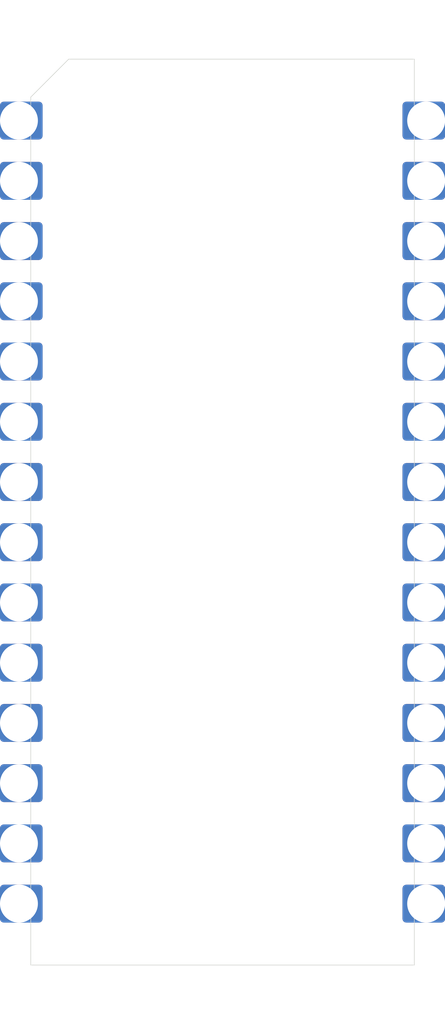
<source format=kicad_pcb>
(kicad_pcb (version 20171130) (host pcbnew 5.1.4-e60b266~84~ubuntu19.04.1)

  (general
    (thickness 1.6)
    (drawings 5)
    (tracks 0)
    (zones 0)
    (modules 1)
    (nets 1)
  )

  (page A4)
  (layers
    (0 Top signal)
    (31 Bottom signal)
    (32 B.Adhes user hide)
    (33 F.Adhes user hide)
    (34 B.Paste user hide)
    (35 F.Paste user hide)
    (36 B.SilkS user)
    (37 F.SilkS user)
    (38 B.Mask user)
    (39 F.Mask user)
    (40 Dwgs.User user)
    (41 Cmts.User user hide)
    (42 Eco1.User user hide)
    (43 Eco2.User user hide)
    (44 Edge.Cuts user)
    (45 Margin user hide)
    (46 B.CrtYd user hide)
    (47 F.CrtYd user hide)
    (48 B.Fab user hide)
    (49 F.Fab user hide)
  )

  (setup
    (last_trace_width 0.2032)
    (user_trace_width 0.2032)
    (user_trace_width 0.4064)
    (trace_clearance 0.2032)
    (zone_clearance 0.508)
    (zone_45_only no)
    (trace_min 0.1524)
    (via_size 0.508)
    (via_drill 0.254)
    (via_min_size 0.508)
    (via_min_drill 0.254)
    (user_via 0.508 0.254)
    (uvia_size 0.508)
    (uvia_drill 0.254)
    (uvias_allowed no)
    (uvia_min_size 0.508)
    (uvia_min_drill 0.1524)
    (edge_width 0.0254)
    (segment_width 0.2032)
    (pcb_text_width 0.254)
    (pcb_text_size 1.2192 1.2192)
    (mod_edge_width 0.0762)
    (mod_text_size 0.6096 0.6096)
    (mod_text_width 0.0762)
    (pad_size 1.8 1.6)
    (pad_drill 1.6)
    (pad_to_mask_clearance 0)
    (aux_axis_origin 0 0)
    (grid_origin 147.2184 99.187)
    (visible_elements FFFFFF7F)
    (pcbplotparams
      (layerselection 0x01ffc_ffffffff)
      (usegerberextensions false)
      (usegerberattributes false)
      (usegerberadvancedattributes false)
      (creategerberjobfile false)
      (excludeedgelayer true)
      (linewidth 0.050800)
      (plotframeref false)
      (viasonmask false)
      (mode 1)
      (useauxorigin false)
      (hpglpennumber 1)
      (hpglpenspeed 20)
      (hpglpendiameter 15.000000)
      (psnegative false)
      (psa4output false)
      (plotreference true)
      (plotvalue true)
      (plotinvisibletext false)
      (padsonsilk false)
      (subtractmaskfromsilk false)
      (outputformat 1)
      (mirror false)
      (drillshape 0)
      (scaleselection 1)
      (outputdirectory "gerber/"))
  )

  (net 0 "")

  (net_class Default "This is the default net class."
    (clearance 0.2032)
    (trace_width 0.2032)
    (via_dia 0.508)
    (via_drill 0.254)
    (uvia_dia 0.508)
    (uvia_drill 0.254)
    (diff_pair_width 0.2032)
    (diff_pair_gap 0.254)
  )

  (module 000_LOCAL:pcb2molex8878 (layer Top) (tedit 5D5CFAC4) (tstamp 5D5CFB8F)
    (at 147.2184 99.187)
    (descr "Castellated edge contacts to fit Molex 8878 Socket")
    (solder_mask_margin -0.28)
    (fp_text reference J? (at -0.9906 -0.9906 -90) (layer Dwgs.User) hide
      (effects (font (size 1.2065 1.2065) (thickness 0.127)) (justify left bottom))
    )
    (fp_text value Molex_50-39-5288 (at 2.0701 -8.8773 -90) (layer F.Fab) hide
      (effects (font (size 1.2065 1.2065) (thickness 0.1016)) (justify left bottom))
    )
    (fp_line (start -8.1 -19.1) (end 8.1 19.1) (layer Dwgs.User) (width 0.01))
    (fp_line (start -8.1 19.1) (end 8.1 -19.1) (layer Dwgs.User) (width 0.01))
    (fp_line (start -8.1 19.1) (end -8.1 -17.4) (layer Eco2.User) (width 0.01))
    (fp_line (start 8.1 19.1) (end 8.1 -19.1) (layer Eco2.User) (width 0.01))
    (fp_line (start -0.762 -19.05) (end -0.762 -21.59) (layer Eco1.User) (width 0.01))
    (fp_line (start -0.762 -21.59) (end 0.762 -21.59) (layer Eco1.User) (width 0.01))
    (fp_line (start 0.762 -21.59) (end 0.762 -19.05) (layer Eco1.User) (width 0.01))
    (fp_line (start -4.5593 19.05) (end -4.5593 21.59) (layer Eco1.User) (width 0.01))
    (fp_line (start -4.5593 21.59) (end -3.0353 21.59) (layer Eco1.User) (width 0.01))
    (fp_line (start -3.0353 21.59) (end -3.0353 19.05) (layer Eco1.User) (width 0.01))
    (fp_line (start 4.5593 19.05) (end 4.5593 21.59) (layer Eco1.User) (width 0.01))
    (fp_line (start 4.5593 21.59) (end 3.0353 21.59) (layer Eco1.User) (width 0.01))
    (fp_line (start 3.0353 21.59) (end 3.0353 19.05) (layer Eco1.User) (width 0.01))
    (fp_line (start 3.0353 19.05) (end -3.0353 19.05) (layer Eco1.User) (width 0.01))
    (fp_arc (start -5.4229 19.9136) (end -4.5593 19.9136) (angle -90) (layer Eco1.User) (width 0.00508))
    (fp_arc (start -2.1717 19.9136) (end -2.1717 19.05) (angle -90) (layer Eco1.User) (width 0.00508))
    (fp_arc (start 5.4229 19.9136) (end 5.4229 19.05) (angle -90) (layer Eco1.User) (width 0.00508))
    (fp_arc (start 2.1717 19.9136) (end 3.0353 19.9136) (angle -90) (layer Eco1.User) (width 0.00508))
    (fp_arc (start -1.6256 -19.9136) (end -1.6256 -19.05) (angle -90) (layer Eco1.User) (width 0.00508))
    (fp_arc (start 1.6256 -19.9136) (end 0.762 -19.9136) (angle -90) (layer Eco1.User) (width 0.00508))
    (fp_line (start -8.1 19.05) (end -8.1 -19.05) (layer Eco1.User) (width 0.01))
    (fp_line (start 8.1 19.05) (end 8.1 -19.05) (layer Eco1.User) (width 0.01))
    (fp_text user "Eco2.User is Edge.Cuts for use with" (at 0.125 14.025 unlocked) (layer Eco2.User)
      (effects (font (size 0.2 0.2) (thickness 0.01)))
    )
    (fp_text user "Eco1.User is Edge.Cuts for use without carrier." (at -0.0298 12.25) (layer Eco1.User)
      (effects (font (size 0.2 0.2) (thickness 0.01)))
    )
    (fp_line (start -8.1 19.1) (end 8.1 19.1) (layer Eco2.User) (width 0.01))
    (fp_line (start -6.25 18) (end 6.25 18) (layer Dwgs.User) (width 0.01))
    (fp_line (start 6.25 18) (end 6.25 -18) (layer Dwgs.User) (width 0.01))
    (fp_line (start 6.25 -18) (end -6.25 -18) (layer Dwgs.User) (width 0.01))
    (fp_line (start -6.25 -18) (end -6.25 18) (layer Dwgs.User) (width 0.01))
    (fp_text user "12.5x36x1.2mm pocket" (at -1.25 10) (layer Dwgs.User)
      (effects (font (size 0.2 0.2) (thickness 0.01)))
    )
    (fp_line (start -6 9.75) (end -6.25 10) (layer Dwgs.User) (width 0.01))
    (fp_line (start -6.25 10) (end -6 10.25) (layer Dwgs.User) (width 0.01))
    (fp_line (start -6.25 10) (end -3.25 10) (layer Dwgs.User) (width 0.01))
    (fp_text user "back components & legs" (at -1.25 10.25) (layer Dwgs.User)
      (effects (font (size 0.2 0.2) (thickness 0.01)))
    )
    (fp_text user thingiverse.com/thing:3821586 (at 0.025 14.45 unlocked) (layer Eco2.User)
      (effects (font (size 0.2 0.2) (thickness 0.01)))
    )
    (fp_line (start -8.1 -19.05) (end -0.762 -19.05) (layer Eco1.User) (width 0.01))
    (fp_line (start 0.762 -19.05) (end 8.1 -19.05) (layer Eco1.User) (width 0.01))
    (fp_line (start -8.1 19.05) (end -4.5593 19.05) (layer Eco1.User) (width 0.01))
    (fp_line (start 4.5593 19.05) (end 8.1 19.05) (layer Eco1.User) (width 0.01))
    (fp_line (start -8.1 -17.4) (end -6.4 -19.1) (layer Eco2.User) (width 0.01))
    (fp_line (start 8.1 -19.1) (end -6.4 -19.1) (layer Eco2.User) (width 0.01))
    (fp_line (start -6.4 -19.1) (end -8.1 -19.1) (layer Dwgs.User) (width 0.01))
    (fp_line (start -8.1 -19.1) (end -8.1 -17.4) (layer Dwgs.User) (width 0.01))
    (pad 28 thru_hole roundrect (at 8.6 -16.51 180) (size 1.8 1.6) (drill 1.6 (offset 0.1 0)) (layers *.Cu *.Mask) (roundrect_rratio 0.1)
      (solder_mask_margin -0.19))
    (pad 14 thru_hole roundrect (at -8.6 16.51) (size 1.8 1.6) (drill 1.6 (offset 0.1 0)) (layers *.Cu *.Mask) (roundrect_rratio 0.1)
      (solder_mask_margin -0.19))
    (pad 27 thru_hole roundrect (at 8.6 -13.97 180) (size 1.8 1.6) (drill 1.6 (offset 0.1 0)) (layers *.Cu *.Mask) (roundrect_rratio 0.1)
      (solder_mask_margin -0.19))
    (pad 13 thru_hole roundrect (at -8.6 13.97) (size 1.8 1.6) (drill 1.6 (offset 0.1 0)) (layers *.Cu *.Mask) (roundrect_rratio 0.1)
      (solder_mask_margin -0.19))
    (pad 26 thru_hole roundrect (at 8.6 -11.43 180) (size 1.8 1.6) (drill 1.6 (offset 0.1 0)) (layers *.Cu *.Mask) (roundrect_rratio 0.1)
      (solder_mask_margin -0.19))
    (pad 12 thru_hole roundrect (at -8.6 11.43) (size 1.8 1.6) (drill 1.6 (offset 0.1 0)) (layers *.Cu *.Mask) (roundrect_rratio 0.1)
      (solder_mask_margin -0.19))
    (pad 25 thru_hole roundrect (at 8.6 -8.89 180) (size 1.8 1.6) (drill 1.6 (offset 0.1 0)) (layers *.Cu *.Mask) (roundrect_rratio 0.1)
      (solder_mask_margin -0.19))
    (pad 11 thru_hole roundrect (at -8.6 8.89) (size 1.8 1.6) (drill 1.6 (offset 0.1 0)) (layers *.Cu *.Mask) (roundrect_rratio 0.1)
      (solder_mask_margin -0.19))
    (pad 24 thru_hole roundrect (at 8.6 -6.35 180) (size 1.8 1.6) (drill 1.6 (offset 0.1 0)) (layers *.Cu *.Mask) (roundrect_rratio 0.1)
      (solder_mask_margin -0.19))
    (pad 10 thru_hole roundrect (at -8.6 6.35) (size 1.8 1.6) (drill 1.6 (offset 0.1 0)) (layers *.Cu *.Mask) (roundrect_rratio 0.1)
      (solder_mask_margin -0.19))
    (pad 23 thru_hole roundrect (at 8.6 -3.81 180) (size 1.8 1.6) (drill 1.6 (offset 0.1 0)) (layers *.Cu *.Mask) (roundrect_rratio 0.1)
      (solder_mask_margin -0.19))
    (pad 9 thru_hole roundrect (at -8.6 3.81) (size 1.8 1.6) (drill 1.6 (offset 0.1 0)) (layers *.Cu *.Mask) (roundrect_rratio 0.1)
      (solder_mask_margin -0.19))
    (pad 22 thru_hole roundrect (at 8.6 -1.27 180) (size 1.8 1.6) (drill 1.6 (offset 0.1 0)) (layers *.Cu *.Mask) (roundrect_rratio 0.1)
      (solder_mask_margin -0.19))
    (pad 8 thru_hole roundrect (at -8.6 1.27) (size 1.8 1.6) (drill 1.6 (offset 0.1 0)) (layers *.Cu *.Mask) (roundrect_rratio 0.1)
      (solder_mask_margin -0.19))
    (pad 21 thru_hole roundrect (at 8.6 1.27 180) (size 1.8 1.6) (drill 1.6 (offset 0.1 0)) (layers *.Cu *.Mask) (roundrect_rratio 0.1)
      (solder_mask_margin -0.19))
    (pad 7 thru_hole roundrect (at -8.6 -1.27) (size 1.8 1.6) (drill 1.6 (offset 0.1 0)) (layers *.Cu *.Mask) (roundrect_rratio 0.1)
      (solder_mask_margin -0.19))
    (pad 20 thru_hole roundrect (at 8.6 3.81 180) (size 1.8 1.6) (drill 1.6 (offset 0.1 0)) (layers *.Cu *.Mask) (roundrect_rratio 0.1)
      (solder_mask_margin -0.19))
    (pad 6 thru_hole roundrect (at -8.6 -3.81) (size 1.8 1.6) (drill 1.6 (offset 0.1 0)) (layers *.Cu *.Mask) (roundrect_rratio 0.1)
      (solder_mask_margin -0.19))
    (pad 19 thru_hole roundrect (at 8.6 6.35 180) (size 1.8 1.6) (drill 1.6 (offset 0.1 0)) (layers *.Cu *.Mask) (roundrect_rratio 0.1)
      (solder_mask_margin -0.19))
    (pad 5 thru_hole roundrect (at -8.6 -6.35) (size 1.8 1.6) (drill 1.6 (offset 0.1 0)) (layers *.Cu *.Mask) (roundrect_rratio 0.1)
      (solder_mask_margin -0.19))
    (pad 18 thru_hole roundrect (at 8.6 8.89 180) (size 1.8 1.6) (drill 1.6 (offset 0.1 0)) (layers *.Cu *.Mask) (roundrect_rratio 0.1)
      (solder_mask_margin -0.19))
    (pad 4 thru_hole roundrect (at -8.6 -8.89) (size 1.8 1.6) (drill 1.6 (offset 0.1 0)) (layers *.Cu *.Mask) (roundrect_rratio 0.1)
      (solder_mask_margin -0.19))
    (pad 17 thru_hole roundrect (at 8.6 11.43 180) (size 1.8 1.6) (drill 1.6 (offset 0.1 0)) (layers *.Cu *.Mask) (roundrect_rratio 0.1)
      (solder_mask_margin -0.19))
    (pad 3 thru_hole roundrect (at -8.6 -11.43) (size 1.8 1.6) (drill 1.6 (offset 0.1 0)) (layers *.Cu *.Mask) (roundrect_rratio 0.1)
      (solder_mask_margin -0.19))
    (pad 16 thru_hole roundrect (at 8.6 13.97 180) (size 1.8 1.6) (drill 1.6 (offset 0.1 0)) (layers *.Cu *.Mask) (roundrect_rratio 0.1)
      (solder_mask_margin -0.19))
    (pad 2 thru_hole roundrect (at -8.6 -13.97) (size 1.8 1.6) (drill 1.6 (offset 0.1 0)) (layers *.Cu *.Mask) (roundrect_rratio 0.1)
      (solder_mask_margin -0.19))
    (pad 15 thru_hole roundrect (at 8.6 16.51 180) (size 1.8 1.6) (drill 1.6 (offset 0.1 0)) (layers *.Cu *.Mask) (roundrect_rratio 0.1)
      (solder_mask_margin -0.19))
    (pad 1 thru_hole roundrect (at -8.6 -16.51) (size 1.8 1.6) (drill 1.6 (offset 0.1 0)) (layers *.Cu *.Mask) (roundrect_rratio 0.1)
      (solder_mask_margin -0.19))
    (model ${KIPRJMOD}/000_LOCAL.pretty/3d/pcb2molex8878.step
      (at (xyz 0 0 0))
      (scale (xyz 1 1 1))
      (rotate (xyz 0 0 90))
    )
  )

  (gr_line (start 139.1184 81.687) (end 139.1184 118.287) (layer Edge.Cuts) (width 0.0254) (tstamp 5D5CFD82))
  (gr_line (start 140.7184 80.087) (end 155.3184 80.087) (layer Edge.Cuts) (width 0.0254) (tstamp 5D5CFD81))
  (gr_line (start 140.7184 80.087) (end 139.1184 81.687) (layer Edge.Cuts) (width 0.0254))
  (gr_line (start 155.3184 118.287) (end 155.3184 80.087) (layer Edge.Cuts) (width 0.0254) (tstamp 5D5CFAF6))
  (gr_line (start 139.1184 118.287) (end 155.3184 118.287) (layer Edge.Cuts) (width 0.0254) (tstamp 5D5731D7))

)

</source>
